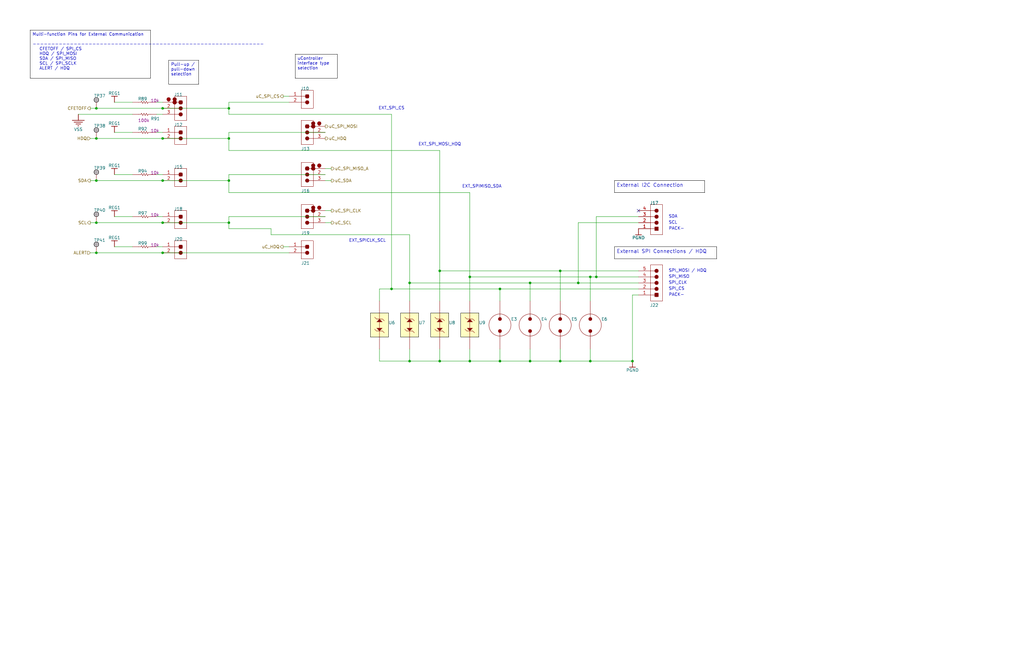
<source format=kicad_sch>
(kicad_sch (version 20250114) (generator "eeschema") (generator_version "9.0")
  (paper "User" 431.8 279.4)
  (title_block (title "Pin Configuration") (date "Not shown in title block") (rev "Use project parameter SCH_Rev") (company "Not shown in title block"))
  (text "SCL" (at 281.94 93.98 0) (effects (font (size 1.27 1.27)) (justify left)))
  (text "SDA" (at 281.94 91.44 0) (effects (font (size 1.27 1.27)) (justify left)))
  (text "SPI_MOSI / HDQ" (at 281.94 114.3 0) (effects (font (size 1.27 1.27)) (justify left)))
  (text "SPI_CS" (at 281.94 121.92 0) (effects (font (size 1.27 1.27)) (justify left)))
  (text "SPI_CLK" (at 281.94 119.38 0) (effects (font (size 1.27 1.27)) (justify left)))
  (text "EXT_SPI_MOSI_HDQ" (at 185.42 60.96 0) (effects (font (size 1.27 1.27))))
  (text "PACK-" (at 281.94 96.52 0) (effects (font (size 1.27 1.27)) (justify left)))
  (text "EXT_SPI_CS" (at 165.1 45.72 0) (effects (font (size 1.27 1.27))))
  (text "SPI_MISO" (at 281.94 116.84 0) (effects (font (size 1.27 1.27)) (justify left)))
  (text "EXT_SPICLK_SCL" (at 154.94 101.6 0) (effects (font (size 1.27 1.27))))
  (text "EXT_SPIMISO_SDA" (at 203.2 78.74 0) (effects (font (size 1.27 1.27))))
  (text "PACK-" (at 281.94 124.46 0) (effects (font (size 1.27 1.27)) (justify left)))
  (text_box "Multi-function Pins for External Communication\n   --------------------------------------------------------------\n   CFETOFF / SPI_CS\n   HDQ / SPI_MOSI\n   SDA / SPI_MISO\n   SCL / SPI_SCLK\n   ALERT / HDQ" (at 63.5 12.7 0) (size -50.8 20.32) (margins 0.9525 0.9525 0.9525 0.9525) (stroke (width 0) (color 0 0 0 1)) (fill (type color) (color 255 255 255 1)) (effects (font (size 1.27 1.27)) (justify left top)))
  (text_box "uController interface type selection" (at 124.46 22.86 0) (size 17.78 10.16) (margins 0.9525 0.9525 0.9525 0.9525) (stroke (width 0) (color 0 0 0 1)) (fill (type color) (color 255 255 255 1)) (effects (font (size 1.27 1.27)) (justify left top)))
  (text_box "Pull-up / pull-down selection" (at 83.82 25.4 0) (size -12.7 10.16) (margins 0.9525 0.9525 0.9525 0.9525) (stroke (width 0) (color 0 0 0 1)) (fill (type color) (color 255 255 255 1)) (effects (font (size 1.27 1.27)) (justify left top)))
  (text_box "External I2C Connection" (at 297.18 76.2 0) (size -38.1 5.08) (margins 0.9525 0.9525 0.9525 0.9525) (stroke (width 0) (color 0 0 0 1)) (fill (type color) (color 255 255 255 1)) (effects (font (size 1.524 1.524)) (justify left top)))
  (text_box "External SPI Connections / HDQ" (at 302.26 104.14 0) (size -43.18 5.08) (margins 0.9525 0.9525 0.9525 0.9525) (stroke (width 0) (color 0 0 0 1)) (fill (type color) (color 255 255 255 1)) (effects (font (size 1.524 1.524)) (justify left top)))
  (junction (at 68.58 58.42))
  (junction (at 251.46 116.84))
  (junction (at 210.82 152.4))
  (junction (at 40.64 93.98))
  (junction (at 40.64 45.72))
  (junction (at 172.72 152.4))
  (junction (at 210.82 121.92))
  (junction (at 96.52 58.42))
  (junction (at 96.52 45.72))
  (junction (at 96.52 93.98))
  (junction (at 236.22 114.3))
  (junction (at 236.22 152.4))
  (junction (at 198.12 152.4))
  (junction (at 266.7 152.4))
  (junction (at 223.52 152.4))
  (junction (at 198.12 116.84))
  (junction (at 248.92 152.4))
  (junction (at 243.84 119.38))
  (junction (at 185.42 114.3))
  (junction (at 223.52 119.38))
  (junction (at 165.1 121.92))
  (junction (at 68.58 93.98))
  (junction (at 68.58 106.68))
  (junction (at 172.72 119.38))
  (junction (at 96.52 76.2))
  (junction (at 40.64 58.42))
  (junction (at 68.58 45.72))
  (junction (at 40.64 76.2))
  (junction (at 68.58 76.2))
  (junction (at 40.64 106.68))
  (junction (at 185.42 152.4))
  (junction (at 248.92 116.84))
  (no_connect (at 269.24 88.9))
  (wire (pts (xy 40.64 106.68) (xy 68.58 106.68)))
  (wire (pts (xy 248.92 116.84) (xy 248.92 127)))
  (wire (pts (xy 96.52 63.5) (xy 185.42 63.5)))
  (wire (pts (xy 40.64 76.2) (xy 68.58 76.2)))
  (wire (pts (xy 96.52 45.72) (xy 96.52 43.18)))
  (wire (pts (xy 266.7 124.46) (xy 266.7 152.4)))
  (wire (pts (xy 66.04 104.14) (xy 68.58 104.14)))
  (wire (pts (xy 96.52 55.88) (xy 137.16 55.88)))
  (wire (pts (xy 248.92 152.4) (xy 236.22 152.4)))
  (wire (pts (xy 248.92 152.4) (xy 266.7 152.4)))
  (wire (pts (xy 223.52 152.4) (xy 236.22 152.4)))
  (wire (pts (xy 160.02 152.4) (xy 172.72 152.4)))
  (wire (pts (xy 223.52 147.32) (xy 223.52 152.4)))
  (wire (pts (xy 269.24 119.38) (xy 243.84 119.38)))
  (wire (pts (xy 96.52 91.44) (xy 137.16 91.44)))
  (wire (pts (xy 243.84 119.38) (xy 243.84 93.98)))
  (wire (pts (xy 96.52 43.18) (xy 121.92 43.18)))
  (wire (pts (xy 210.82 121.92) (xy 210.82 127)))
  (wire (pts (xy 96.52 91.44) (xy 96.52 93.98)))
  (wire (pts (xy 269.24 124.46) (xy 266.7 124.46)))
  (wire (pts (xy 68.58 106.68) (xy 121.92 106.68)))
  (wire (pts (xy 269.24 121.92) (xy 210.82 121.92)))
  (wire (pts (xy 210.82 121.92) (xy 165.1 121.92)))
  (wire (pts (xy 269.24 91.44) (xy 251.46 91.44)))
  (wire (pts (xy 185.42 147.32) (xy 185.42 152.4)))
  (wire (pts (xy 248.92 147.32) (xy 248.92 152.4)))
  (wire (pts (xy 66.04 48.26) (xy 68.58 48.26)))
  (wire (pts (xy 96.52 76.2) (xy 96.52 81.28)))
  (wire (pts (xy 38.1 93.98) (xy 40.64 93.98)))
  (wire (pts (xy 48.26 55.88) (xy 55.88 55.88)))
  (wire (pts (xy 248.92 116.84) (xy 198.12 116.84)))
  (wire (pts (xy 96.52 76.2) (xy 68.58 76.2)))
  (wire (pts (xy 96.52 58.42) (xy 96.52 55.88)))
  (wire (pts (xy 119.38 104.14) (xy 121.92 104.14)))
  (wire (pts (xy 40.64 45.72) (xy 68.58 45.72)))
  (wire (pts (xy 223.52 119.38) (xy 172.72 119.38)))
  (wire (pts (xy 172.72 99.06) (xy 172.72 119.38)))
  (wire (pts (xy 96.52 45.72) (xy 96.52 48.26)))
  (wire (pts (xy 251.46 91.44) (xy 251.46 116.84)))
  (wire (pts (xy 198.12 81.28) (xy 198.12 116.84)))
  (wire (pts (xy 165.1 121.92) (xy 160.02 121.92)))
  (wire (pts (xy 96.52 93.98) (xy 68.58 93.98)))
  (wire (pts (xy 40.64 58.42) (xy 68.58 58.42)))
  (wire (pts (xy 38.1 106.68) (xy 40.64 106.68)))
  (wire (pts (xy 38.1 58.42) (xy 40.64 58.42)))
  (wire (pts (xy 96.52 58.42) (xy 96.52 63.5)))
  (wire (pts (xy 68.58 45.72) (xy 96.52 45.72)))
  (wire (pts (xy 38.1 76.2) (xy 40.64 76.2)))
  (wire (pts (xy 66.04 73.66) (xy 68.58 73.66)))
  (wire (pts (xy 114.3 96.52) (xy 114.3 99.06)))
  (wire (pts (xy 96.52 73.66) (xy 137.16 73.66)))
  (wire (pts (xy 210.82 147.32) (xy 210.82 152.4)))
  (wire (pts (xy 96.52 81.28) (xy 198.12 81.28)))
  (wire (pts (xy 96.52 96.52) (xy 114.3 96.52)))
  (wire (pts (xy 172.72 152.4) (xy 185.42 152.4)))
  (wire (pts (xy 236.22 152.4) (xy 236.22 147.32)))
  (wire (pts (xy 251.46 116.84) (xy 248.92 116.84)))
  (wire (pts (xy 223.52 119.38) (xy 223.52 127)))
  (wire (pts (xy 210.82 152.4) (xy 223.52 152.4)))
  (wire (pts (xy 96.52 76.2) (xy 96.52 73.66)))
  (wire (pts (xy 269.24 93.98) (xy 243.84 93.98)))
  (wire (pts (xy 236.22 114.3) (xy 269.24 114.3)))
  (wire (pts (xy 48.26 73.66) (xy 55.88 73.66)))
  (wire (pts (xy 236.22 127) (xy 236.22 114.3)))
  (wire (pts (xy 66.04 91.44) (xy 68.58 91.44)))
  (wire (pts (xy 165.1 48.26) (xy 165.1 121.92)))
  (wire (pts (xy 96.52 48.26) (xy 165.1 48.26)))
  (wire (pts (xy 185.42 63.5) (xy 185.42 114.3)))
  (wire (pts (xy 121.92 40.64) (xy 119.38 40.64)))
  (wire (pts (xy 172.72 119.38) (xy 172.72 127)))
  (wire (pts (xy 137.16 93.98) (xy 139.7 93.98)))
  (wire (pts (xy 48.26 43.18) (xy 55.88 43.18)))
  (wire (pts (xy 137.16 71.12) (xy 139.7 71.12)))
  (wire (pts (xy 198.12 147.32) (xy 198.12 152.4)))
  (wire (pts (xy 198.12 116.84) (xy 198.12 127)))
  (wire (pts (xy 38.1 45.72) (xy 40.64 45.72)))
  (wire (pts (xy 137.16 88.9) (xy 139.7 88.9)))
  (wire (pts (xy 243.84 119.38) (xy 223.52 119.38)))
  (wire (pts (xy 114.3 99.06) (xy 172.72 99.06)))
  (wire (pts (xy 160.02 147.32) (xy 160.02 152.4)))
  (wire (pts (xy 137.16 76.2) (xy 139.7 76.2)))
  (wire (pts (xy 236.22 114.3) (xy 185.42 114.3)))
  (wire (pts (xy 172.72 147.32) (xy 172.72 152.4)))
  (wire (pts (xy 68.58 58.42) (xy 96.52 58.42)))
  (wire (pts (xy 68.58 43.18) (xy 66.04 43.18)))
  (wire (pts (xy 33.02 48.26) (xy 55.88 48.26)))
  (wire (pts (xy 185.42 114.3) (xy 185.42 127)))
  (wire (pts (xy 160.02 121.92) (xy 160.02 127)))
  (wire (pts (xy 48.26 104.14) (xy 55.88 104.14)))
  (wire (pts (xy 66.04 55.88) (xy 68.58 55.88)))
  (wire (pts (xy 48.26 91.44) (xy 55.88 91.44)))
  (wire (pts (xy 185.42 152.4) (xy 198.12 152.4)))
  (wire (pts (xy 96.52 93.98) (xy 96.52 96.52)))
  (wire (pts (xy 251.46 116.84) (xy 269.24 116.84)))
  (wire (pts (xy 198.12 152.4) (xy 210.82 152.4)))
  (wire (pts (xy 40.64 93.98) (xy 68.58 93.98)))
  (hierarchical_label "uC_HDQ" (shape output) (at 137.16 58.42 0))
  (hierarchical_label "uC_HDQ" (shape output) (at 119.38 104.14 180))
  (hierarchical_label "SDA" (shape output) (at 38.1 76.2 180))
  (hierarchical_label "uC_SPI_CS" (shape output) (at 119.38 40.64 180))
  (hierarchical_label "CFETOFF" (shape output) (at 38.1 45.72 180))
  (hierarchical_label "SCL" (shape output) (at 38.1 93.98 180))
  (hierarchical_label "HDQ" (shape input) (at 38.1 58.42 180))
  (hierarchical_label "uC_SPI_CLK" (shape output) (at 139.7 88.9 0))
  (hierarchical_label "ALERT" (shape input) (at 38.1 106.68 180))
  (hierarchical_label "uC_SDA" (shape output) (at 139.7 76.2 0))
  (hierarchical_label "uC_SPI_MISO_A" (shape output) (at 139.7 71.12 0))
  (hierarchical_label "uC_SPI_MOSI" (shape output) (at 137.16 53.34 0))
  (hierarchical_label "uC_SCL" (shape output) (at 139.7 93.98 0))
  (symbol (lib_id "Altium Vault - TI:root_0_TESTPOINT_Altium Vault - TI") (at 40.64 43.18 0) (unit 1)
    (property "Reference" "TP37" (at 39.624 41.148 0) (effects (justify left bottom)))
    (property "Value" "TESTPOINT" (effects (hide yes)))
    (property "Footprint" "Adom Footprint Library:ADOM_MEDIUM_CONTACT" (effects (hide yes)))
    (property "Description" "TEST POINT.  No entry in BOM." (effects (hide yes)))
    (property "PARTNUMBER" "N/A" (effects (hide yes)))
    (property "COMPTYPE" "Testpoint" (effects (hide yes)))
    (property "MANUFACTURER" "N/A" (effects (hide yes)))
    (property "PACKAGEREFERENCE" "N/A" (effects (hide yes)))
    (property "LIBRARY REFERENCE" "TESTPOINT" (effects (hide yes)))
  )
  (symbol (lib_id "Altium Vault - TI:root_3_CMP-0079939-1_Altium Vault - TI") (at 223.52 137.16 0) (unit 1)
    (property "Reference" "E4" (at 228.169 135.382 0) (effects (justify left bottom)))
    (property "Value" "Spark Gap" (effects (hide yes)))
    (property "Footprint" "SPARK_GAP2" (effects (hide yes)))
    (property "Description" "Spark Gap" (effects (hide yes)))
    (property "COMPTYPE" "Spark Gap" (effects (hide yes)))
  )
  (symbol (lib_id "Altium Vault - TI:root_0_CMP-0025701-4_Altium Vault - TI") (at 60.96 104.14 0) (unit 1)
    (property "Reference" "R99" (at 58.166 103.378 0) (effects (justify left bottom)))
    (property "Value" "CRCW060310K0JNEA" (effects (hide yes)))
    (property "Footprint" "0603" (effects (hide yes)))
    (property "Description" "RES, 10 k, 5%, 0.1 W, AEC-Q200 Grade 0, 0603" (effects (hide yes)))
    (property "SUPPLIER PART NUMBER 2" "52K8066" (effects (hide yes)))
    (property "POWER_W" "100mW" (effects (hide yes)))
    (property "SUPPLIER 2" "Newark" (effects (hide yes)))
    (property "SUPPLIER PART NUMBER 3" "71-CRCW0603J-10K-E3" (effects (hide yes)))
    (property "TEMPCO" "200 ppm/C" (effects (hide yes)))
    (property "SUPPLIER 3" "Mouser" (effects (hide yes)))
    (property "VALUE_CODE" "10k0" (effects (hide yes)))
    (property "ROHS" "E" (effects (hide yes)))
    (property "VALUE1" "5%" (effects (hide yes)))
    (property "MOUNTTYPE" "SMT" (effects (hide yes)))
    (property "ALTIUM_VALUE" "10k" (effects (hide yes)))
    (property "EIA_CODE" "E24" (effects (hide yes)))
    (property "SUPPLIER 1" "Digi-Key" (effects (hide yes)))
    (property "MANUFACTURER" "Vishay-Dale" (effects (hide yes)))
    (property "PACKAGEREFERENCE" "0603" (effects (hide yes)))
    (property "TOLERANCE_%" "5%" (effects (hide yes)))
    (property "RES_OHM" "10k" (effects (hide yes)))
    (property "SIZEX_MM" "1.6" (effects (hide yes)))
    (property "SIZEY_MM" "0.8" (effects (hide yes)))
    (property "SIZEZ_MM" "1" (effects (hide yes)))
    (property "VALUE2" "0.1W" (effects (hide yes)))
    (property "SIZEAREA_MM2" "1.28" (effects (hide yes)))
    (property "COMPTYPE" "Resistor" (effects (hide yes)))
    (property "PARTNUMBER" "CRCW060310K0JNEA" (effects (hide yes)))
    (property "AEC QUALIFIED" "Y" (effects (hide yes)))
    (property "VDC_V" "75V" (effects (hide yes)))
    (property "COMPONENTLINK1DESCRIPTION" "Datasheet link" (effects (hide yes)))
    (property "SUPPLIER PART NUMBER 1" "541-10KGCT-ND" (effects (hide yes)))
    (property "AEC CATEGORY" "Q200" (effects (hide yes)))
    (property "TECHNOLOGY" "Thick Film" (effects (hide yes)))
    (property "VALUEDISPLAYED" "10k" (at 63.5 104.14 0) (effects (justify left bottom)))
    (property "COMPONENTLINK1URL" "http://www.vishay.com/docs/20035/dcrcwe3.pdf" (effects (hide yes)))
    (property "AEC GRADE" "0" (effects (hide yes)))
  )
  (symbol (lib_id "Altium Vault - TI:root_0_TESTPOINT_Altium Vault - TI") (at 40.64 91.44 0) (unit 1)
    (property "Reference" "TP40" (at 39.624 89.408 0) (effects (justify left bottom)))
    (property "Value" "TESTPOINT" (effects (hide yes)))
    (property "Footprint" "Adom Footprint Library:ADOM_MEDIUM_CONTACT" (effects (hide yes)))
    (property "Description" "TEST POINT.  No entry in BOM." (effects (hide yes)))
    (property "PARTNUMBER" "N/A" (effects (hide yes)))
    (property "COMPTYPE" "Testpoint" (effects (hide yes)))
    (property "MANUFACTURER" "N/A" (effects (hide yes)))
    (property "PACKAGEREFERENCE" "N/A" (effects (hide yes)))
    (property "LIBRARY REFERENCE" "TESTPOINT" (effects (hide yes)))
  )
  (symbol (lib_id "Altium Vault - TI:root_2_mirrored_CMP-0054597-1_Altium Vault - TI") (at 274.32 119.38 0) (unit 1)
    (property "Reference" "J22" (at 274.066 129.54 0) (effects (justify left bottom)))
    (property "Value" "PEC05SAAN" (effects (hide yes)))
    (property "Footprint" "Sullins_PxC05SAAN" (effects (hide yes)))
    (property "Description" "Header, 2.54mm, 5x1, Tin, TH" (effects (hide yes)))
    (property "COMPONENTLINK1URL" "http://www.sullinscorp.com/catalogs/77_PAGE108-109_.100_MALE_HDR.pdf" (effects (hide yes)))
    (property "CLASSNAME" "Header" (effects (hide yes)))
    (property "CNHEADER" "TRUE" (effects (hide yes)))
    (property "PUBLISHER" "Texas Instruments" (effects (hide yes)))
    (property "CURRENT_A" "3A" (effects (hide yes)))
    (property "GREEN_LIFECYCLE" "Not Set" (effects (hide yes)))
    (property "SHROUDED" "N" (effects (hide yes)))
    (property "COLOR" "Black" (effects (hide yes)))
    (property "GENDER" "Male" (effects (hide yes)))
    (property "GREEN_REACH" "Incomplete" (effects (hide yes)))
    (property "ROHS" "Y" (effects (hide yes)))
    (property "MOUNTTYPE" "TH" (effects (hide yes)))
    (property "GREEN_EU ROHS-2" "Incomplete" (effects (hide yes)))
    (property "VOLTAGE_V" "1.8kV" (effects (hide yes)))
    (property "SUPPLIER 1" "Digi-Key" (effects (hide yes)))
    (property "MANUFACTURER" "Sullins Connector Solutions" (effects (hide yes)))
    (property "GREEN_EU ROHS" "Incomplete" (effects (hide yes)))
    (property "PACKAGEREFERENCE" "Header, 2.54mm, 5x1, TH" (effects (hide yes)))
    (property "PINCOUNT" "5" (effects (hide yes)))
    (property "COMPTYPE" "Header" (effects (hide yes)))
    (property "LATESTREVISIONDATE" "26/05/2017" (effects (hide yes)))
    (property "PARTNUMBER" "PEC05SAAN" (effects (hide yes)))
    (property "ROW_COUNT" "1" (effects (hide yes)))
    (property "ORIENTATION" "Vertical" (effects (hide yes)))
    (property "COMPONENTLINK1DESCRIPTION" "Datasheet URL" (effects (hide yes)))
    (property "SUPPLIER PART NUMBER 1" "S1012E-05-ND" (effects (hide yes)))
    (property "PITCH_MM" "2.54" (effects (hide yes)))
    (property "CONTACTFINISH" "Tin" (effects (hide yes)))
    (property "CT" "FALSE" (effects (hide yes)))
    (property "CERT_UL" "Y" (effects (hide yes)))
  )
  (symbol (lib_id "Altium Vault - TI:root_0_Header_2x1_Altium Vault - TI_0") (at 73.66 55.88 0) (unit 1)
    (property "Reference" "J12" (at 73.406 53.34 0) (effects (justify left bottom)))
    (property "Value" "PEC02SAAN" (effects (hide yes)))
    (property "Footprint" "CONN_PEC02SAAN" (effects (hide yes)))
    (property "Description" "Header, 100mil, 2x1, Tin, TH" (effects (hide yes)))
    (property "COMPONENTLINK1URL" "http://www.sullinscorp.com/catalogs/77_PAGE108-109_.100_MALE_HDR.pdf" (effects (hide yes)))
    (property "CLASSNAME" "Header" (effects (hide yes)))
    (property "CNHEADER" "TRUE" (effects (hide yes)))
    (property "PUBLISHER" "Texas Instruments" (effects (hide yes)))
    (property "CURRENT_A" "3A" (effects (hide yes)))
    (property "GREEN_LIFECYCLE" "Not Set" (effects (hide yes)))
    (property "SHROUDED" "N" (effects (hide yes)))
    (property "COLOR" "Black" (effects (hide yes)))
    (property "GENDER" "Male" (effects (hide yes)))
    (property "GREEN_REACH" "Incomplete" (effects (hide yes)))
    (property "ROHS" "Y" (effects (hide yes)))
    (property "MOUNTTYPE" "TH" (effects (hide yes)))
    (property "GREEN_EU ROHS-2" "Incomplete" (effects (hide yes)))
    (property "VOLTAGE_V" "1.8kV" (effects (hide yes)))
    (property "SUPPLIER 1" "Digi-Key" (effects (hide yes)))
    (property "MANUFACTURER" "Sullins Connector Solutions" (effects (hide yes)))
    (property "GREEN_EU ROHS" "Incomplete" (effects (hide yes)))
    (property "PACKAGEREFERENCE" "Header, 2 PIN, 100mil, Tin" (effects (hide yes)))
    (property "PINCOUNT" "2" (effects (hide yes)))
    (property "COMPTYPE" "Header" (effects (hide yes)))
    (property "LATESTREVISIONDATE" "26/05/2017" (effects (hide yes)))
    (property "PARTNUMBER" "PEC02SAAN" (effects (hide yes)))
    (property "ROW_COUNT" "1" (effects (hide yes)))
    (property "ORIENTATION" "Vertical" (effects (hide yes)))
    (property "COMPONENTLINK1DESCRIPTION" "Datasheet URL" (effects (hide yes)))
    (property "SUPPLIER PART NUMBER 1" "S1012E-02-ND" (effects (hide yes)))
    (property "PITCH_MM" "2.54" (effects (hide yes)))
    (property "CONTACTFINISH" "Tin" (effects (hide yes)))
    (property "CT" "FALSE" (effects (hide yes)))
    (property "CERT_UL" "Y" (effects (hide yes)))
  )
  (symbol (lib_id "Altium Vault - TI:root_0_Header_2x1_Altium Vault - TI_0") (at 127 104.14 0) (unit 1)
    (property "Reference" "J21" (at 127 111.76 0) (effects (justify left bottom)))
    (property "Value" "PEC02SAAN" (effects (hide yes)))
    (property "Footprint" "CONN_PEC02SAAN" (effects (hide yes)))
    (property "Description" "Header, 100mil, 2x1, Tin, TH" (effects (hide yes)))
    (property "COMPONENTLINK1URL" "http://www.sullinscorp.com/catalogs/77_PAGE108-109_.100_MALE_HDR.pdf" (effects (hide yes)))
    (property "CLASSNAME" "Header" (effects (hide yes)))
    (property "CNHEADER" "TRUE" (effects (hide yes)))
    (property "PUBLISHER" "Texas Instruments" (effects (hide yes)))
    (property "CURRENT_A" "3A" (effects (hide yes)))
    (property "GREEN_LIFECYCLE" "Not Set" (effects (hide yes)))
    (property "SHROUDED" "N" (effects (hide yes)))
    (property "COLOR" "Black" (effects (hide yes)))
    (property "GENDER" "Male" (effects (hide yes)))
    (property "GREEN_REACH" "Incomplete" (effects (hide yes)))
    (property "ROHS" "Y" (effects (hide yes)))
    (property "MOUNTTYPE" "TH" (effects (hide yes)))
    (property "GREEN_EU ROHS-2" "Incomplete" (effects (hide yes)))
    (property "VOLTAGE_V" "1.8kV" (effects (hide yes)))
    (property "SUPPLIER 1" "Digi-Key" (effects (hide yes)))
    (property "MANUFACTURER" "Sullins Connector Solutions" (effects (hide yes)))
    (property "GREEN_EU ROHS" "Incomplete" (effects (hide yes)))
    (property "PACKAGEREFERENCE" "Header, 2 PIN, 100mil, Tin" (effects (hide yes)))
    (property "PINCOUNT" "2" (effects (hide yes)))
    (property "COMPTYPE" "Header" (effects (hide yes)))
    (property "LATESTREVISIONDATE" "26/05/2017" (effects (hide yes)))
    (property "PARTNUMBER" "PEC02SAAN" (effects (hide yes)))
    (property "ROW_COUNT" "1" (effects (hide yes)))
    (property "ORIENTATION" "Vertical" (effects (hide yes)))
    (property "COMPONENTLINK1DESCRIPTION" "Datasheet URL" (effects (hide yes)))
    (property "SUPPLIER PART NUMBER 1" "S1012E-02-ND" (effects (hide yes)))
    (property "PITCH_MM" "2.54" (effects (hide yes)))
    (property "CONTACTFINISH" "Tin" (effects (hide yes)))
    (property "CT" "FALSE" (effects (hide yes)))
    (property "CERT_UL" "Y" (effects (hide yes)))
  )
  (symbol (lib_id "Altium Vault - TI:root_0_mirrored_CMP-0075388-1_Altium Vault - TI_0") (at 132.08 53.34 0) (unit 1)
    (property "Reference" "J13" (at 127 63.5 0) (effects (justify left bottom)))
    (property "Value" "87898-0304" (effects (hide yes)))
    (property "Footprint" "Molex_87898-0304" (effects (hide yes)))
    (property "Description" "Header, 2.54mm, 3x1, Gold, SMT" (effects (hide yes)))
    (property "COMPONENTLINK1DESCRIPTION" "Datasheet URL" (effects (hide yes)))
    (property "PITCH_MM" "2.54" (effects (hide yes)))
    (property "ROHS" "Y" (effects (hide yes)))
    (property "SUPPLIER PART NUMBER 3" "538-87898-0304" (effects (hide yes)))
    (property "SUPPLIER 1" "Digi-Key" (effects (hide yes)))
    (property "GENDER" "Male" (effects (hide yes)))
    (property "CERT_CSA" "Y" (effects (hide yes)))
    (property "CERT_UL" "Y" (effects (hide yes)))
    (property "ORIENTATION" "Vertical" (effects (hide yes)))
    (property "PACKAGEREFERENCE" "Header, 2.54mm, 3x1, SMT" (effects (hide yes)))
    (property "COLOR" "Black" (effects (hide yes)))
    (property "CURRENT_A" "3A" (effects (hide yes)))
    (property "VOLTAGE_V" "250V" (effects (hide yes)))
    (property "PARTNUMBER" "87898-0304" (effects (hide yes)))
    (property "PINCOUNT" "3" (effects (hide yes)))
    (property "PUBLISHER" "Texas Instruments" (effects (hide yes)))
    (property "MANUFACTURER" "Molex" (effects (hide yes)))
    (property "SUPPLIER PART NUMBER 2" "39T3063" (effects (hide yes)))
    (property "CONTACTFINISH" "Gold" (effects (hide yes)))
    (property "SUPPLIER 2" "Newark" (effects (hide yes)))
    (property "CT" "False" (effects (hide yes)))
    (property "SHROUDED" "N" (effects (hide yes)))
    (property "CLASSNAME" "Header" (effects (hide yes)))
    (property "COMPONENTLINK1URL" "http://www.molex.com/pdm_docs/sd/878980204_sd.pdf" (effects (hide yes)))
    (property "LATESTREVISIONDATE" "2017-07-14" (effects (hide yes)))
    (property "ROW_COUNT" "1" (effects (hide yes)))
    (property "COMPTYPE" "Header" (effects (hide yes)))
    (property "CNHEADER" "True" (effects (hide yes)))
    (property "MOUNTTYPE" "SMT" (effects (hide yes)))
    (property "SUPPLIER PART NUMBER 1" "0878980304-ND" (effects (hide yes)))
    (property "SUPPLIER 3" "Mouser" (effects (hide yes)))
  )
  (symbol (lib_id "Altium Vault - TI:root_3_mirrored_TPD1E10B06_Altium Vault - TI") (at 172.72 137.16 0) (unit 1)
    (property "Reference" "U7" (at 176.53 136.906 0) (effects (justify left bottom)))
    (property "Value" "TPD1E10B06DPYR" (effects (hide yes)))
    (property "Footprint" "DPY0002A" (effects (hide yes)))
    (property "Description" "Single-Channel ESD in 0402 Package With 10pF Capacitance and 6V Breakdown, DPY0002A (X1SON-2)" (effects (hide yes)))
    (property "COMPONENTLINK3DESCRIPTION" "Online Datasheet" (effects (hide yes)))
    (property "PACKAGEREFERENCE" "DPY0002A" (effects (hide yes)))
    (property "PACKAGEDESCRIPTION" "X1SON-2" (effects (hide yes)))
    (property "IEC 61000-4-2 AIR-GAP(+/- KV)" "30" (effects (hide yes)))
    (property "MANUFACTURER" "Texas Instruments" (effects (hide yes)))
    (property "ECO-PLAN" "TBD" (effects (hide yes)))
    (property "COMPONENTLINK2URL" "http://www.ti.com/product/tpd1e10b06" (effects (hide yes)))
    (property "COMPONENTLINK1URL" "http://www.ti.com/lit/ds/symlink/tpd1e10b06.pdf" (effects (hide yes)))
    (property "IO CAPACITANCE(TYP)(PF)" "10" (effects (hide yes)))
    (property "COMPONENTLINK3URL" "http://www.ti.com/product/tpd1e10b06/datasheet" (effects (hide yes)))
    (property "IO LEAKAGE CURRENT(NA)" "10" (effects (hide yes)))
    (property "COMPONENTLINK1DESCRIPTION" "Datasheet Link" (effects (hide yes)))
    (property "COMPONENTLINK2DESCRIPTION" "Product Folder" (effects (hide yes)))
    (property "BREAKDOWN VOLTAGE(MIN)(V)" "6" (effects (hide yes)))
    (property "PARTNUMBER" "TPD1E10B06DPYR" (effects (hide yes)))
    (property "IEC 61000-4-2 CONTACT(+/- KV)" "30" (effects (hide yes)))
    (property "AEC CATEGORY" "Q200" (effects (hide yes)))
    (property "AEC QUALIFIED" "N" (effects (hide yes)))
    (property "ALTERNATE MANUFACTURER" "Texas Instruments" (effects (hide yes)))
    (property "ALTERNATE PARTNUMBER" "TPD1E10B06DPYT" (effects (hide yes)))
    (property "COMPTYPE" "IC" (effects (hide yes)))
    (property "GREEN_EU ROHS" "Passed" (effects (hide yes)))
    (property "GREEN_EU ROHS-2" "Passed" (effects (hide yes)))
    (property "GREEN_LIFECYCLE" "Active" (effects (hide yes)))
    (property "GREEN_REACH" "Passed" (effects (hide yes)))
    (property "MOUNTTYPE" "SMT" (effects (hide yes)))
    (property "ROHS" "Y" (effects (hide yes)))
    (property "SIZEAREAWB_MM2" "3.2" (effects (hide yes)))
    (property "SIZEAREA_MM2" "0.6" (effects (hide yes)))
    (property "SIZEX_MM" "1.0" (effects (hide yes)))
    (property "SIZEY_MM" "0.6" (effects (hide yes)))
    (property "SIZEZ_MM" "0.45" (effects (hide yes)))
    (property "RATING" "Catalog" (effects (hide yes)))
    (property "OPERATING TEMPERATURE RANGE" "-40 to 125 C" (effects (hide yes)))
  )
  (symbol (lib_id "Altium Vault - TI:root_0_CMP-0025701-4_Altium Vault - TI") (at 60.96 43.18 0) (unit 1)
    (property "Reference" "R89" (at 58.166 42.418 0) (effects (justify left bottom)))
    (property "Value" "CRCW060310K0JNEA" (effects (hide yes)))
    (property "Footprint" "0603" (effects (hide yes)))
    (property "Description" "RES, 10 k, 5%, 0.1 W, AEC-Q200 Grade 0, 0603" (effects (hide yes)))
    (property "SUPPLIER PART NUMBER 2" "52K8066" (effects (hide yes)))
    (property "POWER_W" "100mW" (effects (hide yes)))
    (property "SUPPLIER 2" "Newark" (effects (hide yes)))
    (property "SUPPLIER PART NUMBER 3" "71-CRCW0603J-10K-E3" (effects (hide yes)))
    (property "TEMPCO" "200 ppm/C" (effects (hide yes)))
    (property "SUPPLIER 3" "Mouser" (effects (hide yes)))
    (property "VALUE_CODE" "10k0" (effects (hide yes)))
    (property "ROHS" "E" (effects (hide yes)))
    (property "VALUE1" "5%" (effects (hide yes)))
    (property "MOUNTTYPE" "SMT" (effects (hide yes)))
    (property "ALTIUM_VALUE" "10k" (effects (hide yes)))
    (property "EIA_CODE" "E24" (effects (hide yes)))
    (property "SUPPLIER 1" "Digi-Key" (effects (hide yes)))
    (property "MANUFACTURER" "Vishay-Dale" (effects (hide yes)))
    (property "PACKAGEREFERENCE" "0603" (effects (hide yes)))
    (property "TOLERANCE_%" "5%" (effects (hide yes)))
    (property "RES_OHM" "10k" (effects (hide yes)))
    (property "SIZEX_MM" "1.6" (effects (hide yes)))
    (property "SIZEY_MM" "0.8" (effects (hide yes)))
    (property "SIZEZ_MM" "1" (effects (hide yes)))
    (property "VALUE2" "0.1W" (effects (hide yes)))
    (property "SIZEAREA_MM2" "1.28" (effects (hide yes)))
    (property "COMPTYPE" "Resistor" (effects (hide yes)))
    (property "PARTNUMBER" "CRCW060310K0JNEA" (effects (hide yes)))
    (property "AEC QUALIFIED" "Y" (effects (hide yes)))
    (property "VDC_V" "75V" (effects (hide yes)))
    (property "COMPONENTLINK1DESCRIPTION" "Datasheet link" (effects (hide yes)))
    (property "SUPPLIER PART NUMBER 1" "541-10KGCT-ND" (effects (hide yes)))
    (property "AEC CATEGORY" "Q200" (effects (hide yes)))
    (property "TECHNOLOGY" "Thick Film" (effects (hide yes)))
    (property "VALUEDISPLAYED" "10k" (at 63.5 43.18 0) (effects (justify left bottom)))
    (property "COMPONENTLINK1URL" "http://www.vishay.com/docs/20035/dcrcwe3.pdf" (effects (hide yes)))
    (property "AEC GRADE" "0" (effects (hide yes)))
  )
  (symbol (lib_id "BMS029B-altium-import:PGND_BAR") (at 266.7 152.4 0) (unit 1)
    (property "Reference" "#PWR0141" (effects (hide yes)))
    (property "Value" "PGND" (at 266.7 156.21 0))
  )
  (symbol (lib_id "Altium Vault - TI:root_3_mirrored_TPD1E10B06_Altium Vault - TI") (at 185.42 137.16 0) (unit 1)
    (property "Reference" "U8" (at 189.23 136.906 0) (effects (justify left bottom)))
    (property "Value" "TPD1E10B06DPYR" (effects (hide yes)))
    (property "Footprint" "DPY0002A" (effects (hide yes)))
    (property "Description" "Single-Channel ESD in 0402 Package With 10pF Capacitance and 6V Breakdown, DPY0002A (X1SON-2)" (effects (hide yes)))
    (property "COMPONENTLINK3DESCRIPTION" "Online Datasheet" (effects (hide yes)))
    (property "PACKAGEREFERENCE" "DPY0002A" (effects (hide yes)))
    (property "PACKAGEDESCRIPTION" "X1SON-2" (effects (hide yes)))
    (property "IEC 61000-4-2 AIR-GAP(+/- KV)" "30" (effects (hide yes)))
    (property "MANUFACTURER" "Texas Instruments" (effects (hide yes)))
    (property "ECO-PLAN" "TBD" (effects (hide yes)))
    (property "COMPONENTLINK2URL" "http://www.ti.com/product/tpd1e10b06" (effects (hide yes)))
    (property "COMPONENTLINK1URL" "http://www.ti.com/lit/ds/symlink/tpd1e10b06.pdf" (effects (hide yes)))
    (property "IO CAPACITANCE(TYP)(PF)" "10" (effects (hide yes)))
    (property "COMPONENTLINK3URL" "http://www.ti.com/product/tpd1e10b06/datasheet" (effects (hide yes)))
    (property "IO LEAKAGE CURRENT(NA)" "10" (effects (hide yes)))
    (property "COMPONENTLINK1DESCRIPTION" "Datasheet Link" (effects (hide yes)))
    (property "COMPONENTLINK2DESCRIPTION" "Product Folder" (effects (hide yes)))
    (property "BREAKDOWN VOLTAGE(MIN)(V)" "6" (effects (hide yes)))
    (property "PARTNUMBER" "TPD1E10B06DPYR" (effects (hide yes)))
    (property "IEC 61000-4-2 CONTACT(+/- KV)" "30" (effects (hide yes)))
    (property "AEC CATEGORY" "Q200" (effects (hide yes)))
    (property "AEC QUALIFIED" "N" (effects (hide yes)))
    (property "ALTERNATE MANUFACTURER" "Texas Instruments" (effects (hide yes)))
    (property "ALTERNATE PARTNUMBER" "TPD1E10B06DPYT" (effects (hide yes)))
    (property "COMPTYPE" "IC" (effects (hide yes)))
    (property "GREEN_EU ROHS" "Passed" (effects (hide yes)))
    (property "GREEN_EU ROHS-2" "Passed" (effects (hide yes)))
    (property "GREEN_LIFECYCLE" "Active" (effects (hide yes)))
    (property "GREEN_REACH" "Passed" (effects (hide yes)))
    (property "MOUNTTYPE" "SMT" (effects (hide yes)))
    (property "ROHS" "Y" (effects (hide yes)))
    (property "SIZEAREAWB_MM2" "3.2" (effects (hide yes)))
    (property "SIZEAREA_MM2" "0.6" (effects (hide yes)))
    (property "SIZEX_MM" "1.0" (effects (hide yes)))
    (property "SIZEY_MM" "0.6" (effects (hide yes)))
    (property "SIZEZ_MM" "0.45" (effects (hide yes)))
    (property "RATING" "Catalog" (effects (hide yes)))
    (property "OPERATING TEMPERATURE RANGE" "-40 to 125 C" (effects (hide yes)))
  )
  (symbol (lib_id "Altium Vault - TI:root_0_Header_2x1_Altium Vault - TI_0") (at 73.66 73.66 0) (unit 1)
    (property "Reference" "J15" (at 73.406 71.12 0) (effects (justify left bottom)))
    (property "Value" "PEC02SAAN" (effects (hide yes)))
    (property "Footprint" "CONN_PEC02SAAN" (effects (hide yes)))
    (property "Description" "Header, 100mil, 2x1, Tin, TH" (effects (hide yes)))
    (property "COMPONENTLINK1URL" "http://www.sullinscorp.com/catalogs/77_PAGE108-109_.100_MALE_HDR.pdf" (effects (hide yes)))
    (property "CLASSNAME" "Header" (effects (hide yes)))
    (property "CNHEADER" "TRUE" (effects (hide yes)))
    (property "PUBLISHER" "Texas Instruments" (effects (hide yes)))
    (property "CURRENT_A" "3A" (effects (hide yes)))
    (property "GREEN_LIFECYCLE" "Not Set" (effects (hide yes)))
    (property "SHROUDED" "N" (effects (hide yes)))
    (property "COLOR" "Black" (effects (hide yes)))
    (property "GENDER" "Male" (effects (hide yes)))
    (property "GREEN_REACH" "Incomplete" (effects (hide yes)))
    (property "ROHS" "Y" (effects (hide yes)))
    (property "MOUNTTYPE" "TH" (effects (hide yes)))
    (property "GREEN_EU ROHS-2" "Incomplete" (effects (hide yes)))
    (property "VOLTAGE_V" "1.8kV" (effects (hide yes)))
    (property "SUPPLIER 1" "Digi-Key" (effects (hide yes)))
    (property "MANUFACTURER" "Sullins Connector Solutions" (effects (hide yes)))
    (property "GREEN_EU ROHS" "Incomplete" (effects (hide yes)))
    (property "PACKAGEREFERENCE" "Header, 2 PIN, 100mil, Tin" (effects (hide yes)))
    (property "PINCOUNT" "2" (effects (hide yes)))
    (property "COMPTYPE" "Header" (effects (hide yes)))
    (property "LATESTREVISIONDATE" "26/05/2017" (effects (hide yes)))
    (property "PARTNUMBER" "PEC02SAAN" (effects (hide yes)))
    (property "ROW_COUNT" "1" (effects (hide yes)))
    (property "ORIENTATION" "Vertical" (effects (hide yes)))
    (property "COMPONENTLINK1DESCRIPTION" "Datasheet URL" (effects (hide yes)))
    (property "SUPPLIER PART NUMBER 1" "S1012E-02-ND" (effects (hide yes)))
    (property "PITCH_MM" "2.54" (effects (hide yes)))
    (property "CONTACTFINISH" "Tin" (effects (hide yes)))
    (property "CT" "FALSE" (effects (hide yes)))
    (property "CERT_UL" "Y" (effects (hide yes)))
  )
  (symbol (lib_id "Altium Vault - TI:root_0_TESTPOINT_Altium Vault - TI") (at 40.64 104.14 0) (unit 1)
    (property "Reference" "TP41" (at 39.624 102.108 0) (effects (justify left bottom)))
    (property "Value" "TESTPOINT" (effects (hide yes)))
    (property "Footprint" "Adom Footprint Library:ADOM_MEDIUM_CONTACT" (effects (hide yes)))
    (property "Description" "TEST POINT.  No entry in BOM." (effects (hide yes)))
    (property "PARTNUMBER" "N/A" (effects (hide yes)))
    (property "COMPTYPE" "Testpoint" (effects (hide yes)))
    (property "MANUFACTURER" "N/A" (effects (hide yes)))
    (property "PACKAGEREFERENCE" "N/A" (effects (hide yes)))
    (property "LIBRARY REFERENCE" "TESTPOINT" (effects (hide yes)))
  )
  (symbol (lib_id "BMS029B-altium-import:VSS_POWER_GROUND") (at 33.02 48.26 0) (unit 1)
    (property "Reference" "#PWR0122" (effects (hide yes)))
    (property "Value" "VSS" (at 33.02 54.61 0))
  )
  (symbol (lib_id "Altium Vault - TI:root_0_CMP-0025701-4_Altium Vault - TI") (at 60.96 91.44 0) (unit 1)
    (property "Reference" "R97" (at 58.166 90.678 0) (effects (justify left bottom)))
    (property "Value" "CRCW060310K0JNEA" (effects (hide yes)))
    (property "Footprint" "0603" (effects (hide yes)))
    (property "Description" "RES, 10 k, 5%, 0.1 W, AEC-Q200 Grade 0, 0603" (effects (hide yes)))
    (property "SUPPLIER PART NUMBER 2" "52K8066" (effects (hide yes)))
    (property "POWER_W" "100mW" (effects (hide yes)))
    (property "SUPPLIER 2" "Newark" (effects (hide yes)))
    (property "SUPPLIER PART NUMBER 3" "71-CRCW0603J-10K-E3" (effects (hide yes)))
    (property "TEMPCO" "200 ppm/C" (effects (hide yes)))
    (property "SUPPLIER 3" "Mouser" (effects (hide yes)))
    (property "VALUE_CODE" "10k0" (effects (hide yes)))
    (property "ROHS" "E" (effects (hide yes)))
    (property "VALUE1" "5%" (effects (hide yes)))
    (property "MOUNTTYPE" "SMT" (effects (hide yes)))
    (property "ALTIUM_VALUE" "10k" (effects (hide yes)))
    (property "EIA_CODE" "E24" (effects (hide yes)))
    (property "SUPPLIER 1" "Digi-Key" (effects (hide yes)))
    (property "MANUFACTURER" "Vishay-Dale" (effects (hide yes)))
    (property "PACKAGEREFERENCE" "0603" (effects (hide yes)))
    (property "TOLERANCE_%" "5%" (effects (hide yes)))
    (property "RES_OHM" "10k" (effects (hide yes)))
    (property "SIZEX_MM" "1.6" (effects (hide yes)))
    (property "SIZEY_MM" "0.8" (effects (hide yes)))
    (property "SIZEZ_MM" "1" (effects (hide yes)))
    (property "VALUE2" "0.1W" (effects (hide yes)))
    (property "SIZEAREA_MM2" "1.28" (effects (hide yes)))
    (property "COMPTYPE" "Resistor" (effects (hide yes)))
    (property "PARTNUMBER" "CRCW060310K0JNEA" (effects (hide yes)))
    (property "AEC QUALIFIED" "Y" (effects (hide yes)))
    (property "VDC_V" "75V" (effects (hide yes)))
    (property "COMPONENTLINK1DESCRIPTION" "Datasheet link" (effects (hide yes)))
    (property "SUPPLIER PART NUMBER 1" "541-10KGCT-ND" (effects (hide yes)))
    (property "AEC CATEGORY" "Q200" (effects (hide yes)))
    (property "TECHNOLOGY" "Thick Film" (effects (hide yes)))
    (property "VALUEDISPLAYED" "10k" (at 63.5 91.44 0) (effects (justify left bottom)))
    (property "COMPONENTLINK1URL" "http://www.vishay.com/docs/20035/dcrcwe3.pdf" (effects (hide yes)))
    (property "AEC GRADE" "0" (effects (hide yes)))
  )
  (symbol (lib_id "Altium Vault - TI:root_2_mirrored_CMP-0055187-1_Altium Vault - TI") (at 274.32 93.98 0) (unit 1)
    (property "Reference" "J17" (at 274.066 86.36 0) (effects (justify left bottom)))
    (property "Value" "22/05/3041" (effects (hide yes)))
    (property "Footprint" "CONN_22-05-3041" (effects (hide yes)))
    (property "Description" "Header (friction lock), 100mil, 4x1, R/A, TH" (effects (hide yes)))
    (property "COMPONENTLINK1URL" "http://www.molex.com/pdm_docs/sd/022053041_sd.pdf" (effects (hide yes)))
    (property "PACKAGEREFERENCE" "4x1 R/A Header" (effects (hide yes)))
    (property "MANUFACTURER" "Molex" (effects (hide yes)))
    (property "PARTNUMBER" "22/05/3041" (effects (hide yes)))
    (property "COMPONENTLINK1DESCRIPTION" "Datasheet URL" (effects (hide yes)))
    (property "COMPTYPE" "Header" (effects (hide yes)))
    (property "ROHS" "Y" (effects (hide yes)))
    (property "MOUNTTYPE" "TH" (effects (hide yes)))
    (property "PUBLISHER" "Texas Instruments" (effects (hide yes)))
    (property "LATESTREVISIONDATE" "26/05/2017" (effects (hide yes)))
    (property "SUPPLIER 1" "Digi-Key" (effects (hide yes)))
    (property "SUPPLIER PART NUMBER 1" "WM4302-ND" (effects (hide yes)))
    (property "SUPPLIER 2" "Newark" (effects (hide yes)))
    (property "SUPPLIER PART NUMBER 2" "27C1932" (effects (hide yes)))
    (property "SUPPLIER 3" "Mouser" (effects (hide yes)))
    (property "SUPPLIER PART NUMBER 3" "538-22-05-3041" (effects (hide yes)))
    (property "GREEN_LIFECYCLE" "Active" (effects (hide yes)))
    (property "GREEN_EU ROHS" "Passed" (effects (hide yes)))
    (property "GREEN_EU ROHS-2" "Passed" (effects (hide yes)))
    (property "GREEN_REACH" "Passed" (effects (hide yes)))
    (property "CNHEADER" "FALSE" (effects (hide yes)))
    (property "CT" "FALSE" (effects (hide yes)))
  )
  (symbol (lib_id "BMS029B-altium-import:PGND_BAR") (at 269.24 96.52 0) (unit 1)
    (property "Reference" "#PWR0142" (effects (hide yes)))
    (property "Value" "PGND" (at 269.24 100.33 0))
  )
  (symbol (lib_id "Altium Vault - TI:root_0_Header_2x1_Altium Vault - TI_0") (at 127 40.64 0) (unit 1)
    (property "Reference" "J10" (at 126.746 38.1 0) (effects (justify left bottom)))
    (property "Value" "PEC02SAAN" (effects (hide yes)))
    (property "Footprint" "CONN_PEC02SAAN" (effects (hide yes)))
    (property "Description" "Header, 100mil, 2x1, Tin, TH" (effects (hide yes)))
    (property "COMPONENTLINK1URL" "http://www.sullinscorp.com/catalogs/77_PAGE108-109_.100_MALE_HDR.pdf" (effects (hide yes)))
    (property "CLASSNAME" "Header" (effects (hide yes)))
    (property "CNHEADER" "TRUE" (effects (hide yes)))
    (property "PUBLISHER" "Texas Instruments" (effects (hide yes)))
    (property "CURRENT_A" "3A" (effects (hide yes)))
    (property "GREEN_LIFECYCLE" "Not Set" (effects (hide yes)))
    (property "SHROUDED" "N" (effects (hide yes)))
    (property "COLOR" "Black" (effects (hide yes)))
    (property "GENDER" "Male" (effects (hide yes)))
    (property "GREEN_REACH" "Incomplete" (effects (hide yes)))
    (property "ROHS" "Y" (effects (hide yes)))
    (property "MOUNTTYPE" "TH" (effects (hide yes)))
    (property "GREEN_EU ROHS-2" "Incomplete" (effects (hide yes)))
    (property "VOLTAGE_V" "1.8kV" (effects (hide yes)))
    (property "SUPPLIER 1" "Digi-Key" (effects (hide yes)))
    (property "MANUFACTURER" "Sullins Connector Solutions" (effects (hide yes)))
    (property "GREEN_EU ROHS" "Incomplete" (effects (hide yes)))
    (property "PACKAGEREFERENCE" "Header, 2 PIN, 100mil, Tin" (effects (hide yes)))
    (property "PINCOUNT" "2" (effects (hide yes)))
    (property "COMPTYPE" "Header" (effects (hide yes)))
    (property "LATESTREVISIONDATE" "26/05/2017" (effects (hide yes)))
    (property "PARTNUMBER" "PEC02SAAN" (effects (hide yes)))
    (property "ROW_COUNT" "1" (effects (hide yes)))
    (property "ORIENTATION" "Vertical" (effects (hide yes)))
    (property "COMPONENTLINK1DESCRIPTION" "Datasheet URL" (effects (hide yes)))
    (property "SUPPLIER PART NUMBER 1" "S1012E-02-ND" (effects (hide yes)))
    (property "PITCH_MM" "2.54" (effects (hide yes)))
    (property "CONTACTFINISH" "Tin" (effects (hide yes)))
    (property "CT" "FALSE" (effects (hide yes)))
    (property "CERT_UL" "Y" (effects (hide yes)))
  )
  (symbol (lib_id "Altium Vault - TI:root_0_CMP-0025701-4_Altium Vault - TI") (at 60.96 73.66 0) (unit 1)
    (property "Reference" "R94" (at 58.166 72.898 0) (effects (justify left bottom)))
    (property "Value" "CRCW060310K0JNEA" (effects (hide yes)))
    (property "Footprint" "0603" (effects (hide yes)))
    (property "Description" "RES, 10 k, 5%, 0.1 W, AEC-Q200 Grade 0, 0603" (effects (hide yes)))
    (property "SUPPLIER PART NUMBER 2" "52K8066" (effects (hide yes)))
    (property "POWER_W" "100mW" (effects (hide yes)))
    (property "SUPPLIER 2" "Newark" (effects (hide yes)))
    (property "SUPPLIER PART NUMBER 3" "71-CRCW0603J-10K-E3" (effects (hide yes)))
    (property "TEMPCO" "200 ppm/C" (effects (hide yes)))
    (property "SUPPLIER 3" "Mouser" (effects (hide yes)))
    (property "VALUE_CODE" "10k0" (effects (hide yes)))
    (property "ROHS" "E" (effects (hide yes)))
    (property "VALUE1" "5%" (effects (hide yes)))
    (property "MOUNTTYPE" "SMT" (effects (hide yes)))
    (property "ALTIUM_VALUE" "10k" (effects (hide yes)))
    (property "EIA_CODE" "E24" (effects (hide yes)))
    (property "SUPPLIER 1" "Digi-Key" (effects (hide yes)))
    (property "MANUFACTURER" "Vishay-Dale" (effects (hide yes)))
    (property "PACKAGEREFERENCE" "0603" (effects (hide yes)))
    (property "TOLERANCE_%" "5%" (effects (hide yes)))
    (property "RES_OHM" "10k" (effects (hide yes)))
    (property "SIZEX_MM" "1.6" (effects (hide yes)))
    (property "SIZEY_MM" "0.8" (effects (hide yes)))
    (property "SIZEZ_MM" "1" (effects (hide yes)))
    (property "VALUE2" "0.1W" (effects (hide yes)))
    (property "SIZEAREA_MM2" "1.28" (effects (hide yes)))
    (property "COMPTYPE" "Resistor" (effects (hide yes)))
    (property "PARTNUMBER" "CRCW060310K0JNEA" (effects (hide yes)))
    (property "AEC QUALIFIED" "Y" (effects (hide yes)))
    (property "VDC_V" "75V" (effects (hide yes)))
    (property "COMPONENTLINK1DESCRIPTION" "Datasheet link" (effects (hide yes)))
    (property "SUPPLIER PART NUMBER 1" "541-10KGCT-ND" (effects (hide yes)))
    (property "AEC CATEGORY" "Q200" (effects (hide yes)))
    (property "TECHNOLOGY" "Thick Film" (effects (hide yes)))
    (property "VALUEDISPLAYED" "10k" (at 63.5 73.66 0) (effects (justify left bottom)))
    (property "COMPONENTLINK1URL" "http://www.vishay.com/docs/20035/dcrcwe3.pdf" (effects (hide yes)))
    (property "AEC GRADE" "0" (effects (hide yes)))
  )
  (symbol (lib_id "Altium Vault - TI:root_0_Header_2x1_Altium Vault - TI_0") (at 73.66 104.14 0) (unit 1)
    (property "Reference" "J20" (at 73.406 101.6 0) (effects (justify left bottom)))
    (property "Value" "PEC02SAAN" (effects (hide yes)))
    (property "Footprint" "CONN_PEC02SAAN" (effects (hide yes)))
    (property "Description" "Header, 100mil, 2x1, Tin, TH" (effects (hide yes)))
    (property "COMPONENTLINK1URL" "http://www.sullinscorp.com/catalogs/77_PAGE108-109_.100_MALE_HDR.pdf" (effects (hide yes)))
    (property "CLASSNAME" "Header" (effects (hide yes)))
    (property "CNHEADER" "TRUE" (effects (hide yes)))
    (property "PUBLISHER" "Texas Instruments" (effects (hide yes)))
    (property "CURRENT_A" "3A" (effects (hide yes)))
    (property "GREEN_LIFECYCLE" "Not Set" (effects (hide yes)))
    (property "SHROUDED" "N" (effects (hide yes)))
    (property "COLOR" "Black" (effects (hide yes)))
    (property "GENDER" "Male" (effects (hide yes)))
    (property "GREEN_REACH" "Incomplete" (effects (hide yes)))
    (property "ROHS" "Y" (effects (hide yes)))
    (property "MOUNTTYPE" "TH" (effects (hide yes)))
    (property "GREEN_EU ROHS-2" "Incomplete" (effects (hide yes)))
    (property "VOLTAGE_V" "1.8kV" (effects (hide yes)))
    (property "SUPPLIER 1" "Digi-Key" (effects (hide yes)))
    (property "MANUFACTURER" "Sullins Connector Solutions" (effects (hide yes)))
    (property "GREEN_EU ROHS" "Incomplete" (effects (hide yes)))
    (property "PACKAGEREFERENCE" "Header, 2 PIN, 100mil, Tin" (effects (hide yes)))
    (property "PINCOUNT" "2" (effects (hide yes)))
    (property "COMPTYPE" "Header" (effects (hide yes)))
    (property "LATESTREVISIONDATE" "26/05/2017" (effects (hide yes)))
    (property "PARTNUMBER" "PEC02SAAN" (effects (hide yes)))
    (property "ROW_COUNT" "1" (effects (hide yes)))
    (property "ORIENTATION" "Vertical" (effects (hide yes)))
    (property "COMPONENTLINK1DESCRIPTION" "Datasheet URL" (effects (hide yes)))
    (property "SUPPLIER PART NUMBER 1" "S1012E-02-ND" (effects (hide yes)))
    (property "PITCH_MM" "2.54" (effects (hide yes)))
    (property "CONTACTFINISH" "Tin" (effects (hide yes)))
    (property "CT" "FALSE" (effects (hide yes)))
    (property "CERT_UL" "Y" (effects (hide yes)))
  )
  (symbol (lib_id "Altium Vault - TI:root_0_CMP-0075388-1_Altium Vault - TI_0") (at 73.66 43.18 0) (unit 1)
    (property "Reference" "J11" (at 73.406 40.64 0) (effects (justify left bottom)))
    (property "Value" "87898-0304" (effects (hide yes)))
    (property "Footprint" "Molex_87898-0304" (effects (hide yes)))
    (property "Description" "Header, 2.54mm, 3x1, Gold, SMT" (effects (hide yes)))
    (property "COMPONENTLINK1DESCRIPTION" "Datasheet URL" (effects (hide yes)))
    (property "PITCH_MM" "2.54" (effects (hide yes)))
    (property "ROHS" "Y" (effects (hide yes)))
    (property "SUPPLIER PART NUMBER 3" "538-87898-0304" (effects (hide yes)))
    (property "SUPPLIER 1" "Digi-Key" (effects (hide yes)))
    (property "GENDER" "Male" (effects (hide yes)))
    (property "CERT_CSA" "Y" (effects (hide yes)))
    (property "CERT_UL" "Y" (effects (hide yes)))
    (property "ORIENTATION" "Vertical" (effects (hide yes)))
    (property "PACKAGEREFERENCE" "Header, 2.54mm, 3x1, SMT" (effects (hide yes)))
    (property "COLOR" "Black" (effects (hide yes)))
    (property "CURRENT_A" "3A" (effects (hide yes)))
    (property "VOLTAGE_V" "250V" (effects (hide yes)))
    (property "PARTNUMBER" "87898-0304" (effects (hide yes)))
    (property "PINCOUNT" "3" (effects (hide yes)))
    (property "PUBLISHER" "Texas Instruments" (effects (hide yes)))
    (property "MANUFACTURER" "Molex" (effects (hide yes)))
    (property "SUPPLIER PART NUMBER 2" "39T3063" (effects (hide yes)))
    (property "CONTACTFINISH" "Gold" (effects (hide yes)))
    (property "SUPPLIER 2" "Newark" (effects (hide yes)))
    (property "CT" "False" (effects (hide yes)))
    (property "SHROUDED" "N" (effects (hide yes)))
    (property "CLASSNAME" "Header" (effects (hide yes)))
    (property "COMPONENTLINK1URL" "http://www.molex.com/pdm_docs/sd/878980204_sd.pdf" (effects (hide yes)))
    (property "LATESTREVISIONDATE" "2017-07-14" (effects (hide yes)))
    (property "ROW_COUNT" "1" (effects (hide yes)))
    (property "COMPTYPE" "Header" (effects (hide yes)))
    (property "CNHEADER" "True" (effects (hide yes)))
    (property "MOUNTTYPE" "SMT" (effects (hide yes)))
    (property "SUPPLIER PART NUMBER 1" "0878980304-ND" (effects (hide yes)))
    (property "SUPPLIER 3" "Mouser" (effects (hide yes)))
  )
  (symbol (lib_id "BMS029B-altium-import:REG1_BAR") (at 48.26 91.44 180) (unit 1)
    (property "Reference" "#PWR0131" (effects (hide yes)))
    (property "Value" "REG1" (at 48.26 87.63 0))
  )
  (symbol (lib_id "BMS029B-altium-import:REG1_BAR") (at 48.26 104.14 180) (unit 1)
    (property "Reference" "#PWR0132" (effects (hide yes)))
    (property "Value" "REG1" (at 48.26 100.33 0))
  )
  (symbol (lib_id "Altium Vault - TI:root_0_mirrored_CMP-0075388-1_Altium Vault - TI_0") (at 132.08 88.9 0) (unit 1)
    (property "Reference" "J19" (at 127 99.06 0) (effects (justify left bottom)))
    (property "Value" "87898-0304" (effects (hide yes)))
    (property "Footprint" "Molex_87898-0304" (effects (hide yes)))
    (property "Description" "Header, 2.54mm, 3x1, Gold, SMT" (effects (hide yes)))
    (property "COMPONENTLINK1DESCRIPTION" "Datasheet URL" (effects (hide yes)))
    (property "PITCH_MM" "2.54" (effects (hide yes)))
    (property "ROHS" "Y" (effects (hide yes)))
    (property "SUPPLIER PART NUMBER 3" "538-87898-0304" (effects (hide yes)))
    (property "SUPPLIER 1" "Digi-Key" (effects (hide yes)))
    (property "GENDER" "Male" (effects (hide yes)))
    (property "CERT_CSA" "Y" (effects (hide yes)))
    (property "CERT_UL" "Y" (effects (hide yes)))
    (property "ORIENTATION" "Vertical" (effects (hide yes)))
    (property "PACKAGEREFERENCE" "Header, 2.54mm, 3x1, SMT" (effects (hide yes)))
    (property "COLOR" "Black" (effects (hide yes)))
    (property "CURRENT_A" "3A" (effects (hide yes)))
    (property "VOLTAGE_V" "250V" (effects (hide yes)))
    (property "PARTNUMBER" "87898-0304" (effects (hide yes)))
    (property "PINCOUNT" "3" (effects (hide yes)))
    (property "PUBLISHER" "Texas Instruments" (effects (hide yes)))
    (property "MANUFACTURER" "Molex" (effects (hide yes)))
    (property "SUPPLIER PART NUMBER 2" "39T3063" (effects (hide yes)))
    (property "CONTACTFINISH" "Gold" (effects (hide yes)))
    (property "SUPPLIER 2" "Newark" (effects (hide yes)))
    (property "CT" "False" (effects (hide yes)))
    (property "SHROUDED" "N" (effects (hide yes)))
    (property "CLASSNAME" "Header" (effects (hide yes)))
    (property "COMPONENTLINK1URL" "http://www.molex.com/pdm_docs/sd/878980204_sd.pdf" (effects (hide yes)))
    (property "LATESTREVISIONDATE" "2017-07-14" (effects (hide yes)))
    (property "ROW_COUNT" "1" (effects (hide yes)))
    (property "COMPTYPE" "Header" (effects (hide yes)))
    (property "CNHEADER" "True" (effects (hide yes)))
    (property "MOUNTTYPE" "SMT" (effects (hide yes)))
    (property "SUPPLIER PART NUMBER 1" "0878980304-ND" (effects (hide yes)))
    (property "SUPPLIER 3" "Mouser" (effects (hide yes)))
  )
  (symbol (lib_id "Altium Vault - TI:root_3_mirrored_TPD1E10B06_Altium Vault - TI") (at 160.02 137.16 0) (unit 1)
    (property "Reference" "U6" (at 163.83 136.906 0) (effects (justify left bottom)))
    (property "Value" "TPD1E10B06DPYR" (effects (hide yes)))
    (property "Footprint" "DPY0002A" (effects (hide yes)))
    (property "Description" "Single-Channel ESD in 0402 Package With 10pF Capacitance and 6V Breakdown, DPY0002A (X1SON-2)" (effects (hide yes)))
    (property "COMPONENTLINK3DESCRIPTION" "Online Datasheet" (effects (hide yes)))
    (property "PACKAGEREFERENCE" "DPY0002A" (effects (hide yes)))
    (property "PACKAGEDESCRIPTION" "X1SON-2" (effects (hide yes)))
    (property "IEC 61000-4-2 AIR-GAP(+/- KV)" "30" (effects (hide yes)))
    (property "MANUFACTURER" "Texas Instruments" (effects (hide yes)))
    (property "ECO-PLAN" "TBD" (effects (hide yes)))
    (property "COMPONENTLINK2URL" "http://www.ti.com/product/tpd1e10b06" (effects (hide yes)))
    (property "COMPONENTLINK1URL" "http://www.ti.com/lit/ds/symlink/tpd1e10b06.pdf" (effects (hide yes)))
    (property "IO CAPACITANCE(TYP)(PF)" "10" (effects (hide yes)))
    (property "COMPONENTLINK3URL" "http://www.ti.com/product/tpd1e10b06/datasheet" (effects (hide yes)))
    (property "IO LEAKAGE CURRENT(NA)" "10" (effects (hide yes)))
    (property "COMPONENTLINK1DESCRIPTION" "Datasheet Link" (effects (hide yes)))
    (property "COMPONENTLINK2DESCRIPTION" "Product Folder" (effects (hide yes)))
    (property "BREAKDOWN VOLTAGE(MIN)(V)" "6" (effects (hide yes)))
    (property "PARTNUMBER" "TPD1E10B06DPYR" (effects (hide yes)))
    (property "IEC 61000-4-2 CONTACT(+/- KV)" "30" (effects (hide yes)))
    (property "AEC CATEGORY" "Q200" (effects (hide yes)))
    (property "AEC QUALIFIED" "N" (effects (hide yes)))
    (property "ALTERNATE MANUFACTURER" "Texas Instruments" (effects (hide yes)))
    (property "ALTERNATE PARTNUMBER" "TPD1E10B06DPYT" (effects (hide yes)))
    (property "COMPTYPE" "IC" (effects (hide yes)))
    (property "GREEN_EU ROHS" "Passed" (effects (hide yes)))
    (property "GREEN_EU ROHS-2" "Passed" (effects (hide yes)))
    (property "GREEN_LIFECYCLE" "Active" (effects (hide yes)))
    (property "GREEN_REACH" "Passed" (effects (hide yes)))
    (property "MOUNTTYPE" "SMT" (effects (hide yes)))
    (property "ROHS" "Y" (effects (hide yes)))
    (property "SIZEAREAWB_MM2" "3.2" (effects (hide yes)))
    (property "SIZEAREA_MM2" "0.6" (effects (hide yes)))
    (property "SIZEX_MM" "1.0" (effects (hide yes)))
    (property "SIZEY_MM" "0.6" (effects (hide yes)))
    (property "SIZEZ_MM" "0.45" (effects (hide yes)))
    (property "RATING" "Catalog" (effects (hide yes)))
    (property "OPERATING TEMPERATURE RANGE" "-40 to 125 C" (effects (hide yes)))
  )
  (symbol (lib_id "Altium Vault - TI:root_0_CMP-0025701-4_Altium Vault - TI") (at 60.96 55.88 0) (unit 1)
    (property "Reference" "R92" (at 58.166 55.118 0) (effects (justify left bottom)))
    (property "Value" "CRCW060310K0JNEA" (effects (hide yes)))
    (property "Footprint" "0603" (effects (hide yes)))
    (property "Description" "RES, 10 k, 5%, 0.1 W, AEC-Q200 Grade 0, 0603" (effects (hide yes)))
    (property "SUPPLIER PART NUMBER 2" "52K8066" (effects (hide yes)))
    (property "POWER_W" "100mW" (effects (hide yes)))
    (property "SUPPLIER 2" "Newark" (effects (hide yes)))
    (property "SUPPLIER PART NUMBER 3" "71-CRCW0603J-10K-E3" (effects (hide yes)))
    (property "TEMPCO" "200 ppm/C" (effects (hide yes)))
    (property "SUPPLIER 3" "Mouser" (effects (hide yes)))
    (property "VALUE_CODE" "10k0" (effects (hide yes)))
    (property "ROHS" "E" (effects (hide yes)))
    (property "VALUE1" "5%" (effects (hide yes)))
    (property "MOUNTTYPE" "SMT" (effects (hide yes)))
    (property "ALTIUM_VALUE" "10k" (effects (hide yes)))
    (property "EIA_CODE" "E24" (effects (hide yes)))
    (property "SUPPLIER 1" "Digi-Key" (effects (hide yes)))
    (property "MANUFACTURER" "Vishay-Dale" (effects (hide yes)))
    (property "PACKAGEREFERENCE" "0603" (effects (hide yes)))
    (property "TOLERANCE_%" "5%" (effects (hide yes)))
    (property "RES_OHM" "10k" (effects (hide yes)))
    (property "SIZEX_MM" "1.6" (effects (hide yes)))
    (property "SIZEY_MM" "0.8" (effects (hide yes)))
    (property "SIZEZ_MM" "1" (effects (hide yes)))
    (property "VALUE2" "0.1W" (effects (hide yes)))
    (property "SIZEAREA_MM2" "1.28" (effects (hide yes)))
    (property "COMPTYPE" "Resistor" (effects (hide yes)))
    (property "PARTNUMBER" "CRCW060310K0JNEA" (effects (hide yes)))
    (property "AEC QUALIFIED" "Y" (effects (hide yes)))
    (property "VDC_V" "75V" (effects (hide yes)))
    (property "COMPONENTLINK1DESCRIPTION" "Datasheet link" (effects (hide yes)))
    (property "SUPPLIER PART NUMBER 1" "541-10KGCT-ND" (effects (hide yes)))
    (property "AEC CATEGORY" "Q200" (effects (hide yes)))
    (property "TECHNOLOGY" "Thick Film" (effects (hide yes)))
    (property "VALUEDISPLAYED" "10k" (at 63.5 55.88 0) (effects (justify left bottom)))
    (property "COMPONENTLINK1URL" "http://www.vishay.com/docs/20035/dcrcwe3.pdf" (effects (hide yes)))
    (property "AEC GRADE" "0" (effects (hide yes)))
  )
  (symbol (lib_id "Altium Vault - TI:root_0_Resistor_Altium Vault - TI") (at 60.96 48.26 0) (unit 1)
    (property "Reference" "R91" (at 63.5 50.8 0) (effects (justify left bottom)))
    (property "Value" "CRCW0603100KJNEA" (effects (hide yes)))
    (property "Footprint" "0603" (effects (hide yes)))
    (property "Description" "RES, 100 k, 5%, 0.1 W, AEC-Q200 Grade 0, 0603" (effects (hide yes)))
    (property "SUPPLIER PART NUMBER 2" "59M6763" (effects (hide yes)))
    (property "POWER_W" "100mW" (effects (hide yes)))
    (property "SUPPLIER 2" "Newark" (effects (hide yes)))
    (property "SUPPLIER PART NUMBER 3" "71-CRCW0603J-100K-E3" (effects (hide yes)))
    (property "TEMPCO" "200 ppm/C" (effects (hide yes)))
    (property "SUPPLIER 3" "Mouser" (effects (hide yes)))
    (property "VALUE_CODE" "100k" (effects (hide yes)))
    (property "ROHS" "E" (effects (hide yes)))
    (property "VALUE1" "5%" (effects (hide yes)))
    (property "MOUNTTYPE" "SMT" (effects (hide yes)))
    (property "ALTIUM_VALUE" "100k" (effects (hide yes)))
    (property "EIA_CODE" "E24" (effects (hide yes)))
    (property "SUPPLIER 1" "Digi-Key" (effects (hide yes)))
    (property "PACKAGEREFERENCE" "0603" (effects (hide yes)))
    (property "TOLERANCE_%" "5%" (effects (hide yes)))
    (property "RES_OHM" "100k" (effects (hide yes)))
    (property "SIZEX_MM" "1.6" (effects (hide yes)))
    (property "SIZEY_MM" "0.8" (effects (hide yes)))
    (property "SIZEZ_MM" "1" (effects (hide yes)))
    (property "VALUE2" "0.1W" (effects (hide yes)))
    (property "MANUFACTURER" "Vishay-Dale" (effects (hide yes)))
    (property "SIZEAREA_MM2" "1.28" (effects (hide yes)))
    (property "COMPTYPE" "Resistor" (effects (hide yes)))
    (property "PARTNUMBER" "CRCW0603100KJNEA" (effects (hide yes)))
    (property "AEC QUALIFIED" "Y" (effects (hide yes)))
    (property "VDC_V" "75V" (effects (hide yes)))
    (property "COMPONENTLINK1DESCRIPTION" "Datasheet link" (effects (hide yes)))
    (property "SUPPLIER PART NUMBER 1" "541-100KGCT-ND" (effects (hide yes)))
    (property "AEC CATEGORY" "Q200" (effects (hide yes)))
    (property "TECHNOLOGY" "Thick Film" (effects (hide yes)))
    (property "VALUEDISPLAYED" "100k" (at 58.166 51.562 0) (effects (justify left bottom)))
    (property "COMPONENTLINK1URL" "http://www.vishay.com/docs/20035/dcrcwe3.pdf" (effects (hide yes)))
    (property "AEC GRADE" "0" (effects (hide yes)))
  )
  (symbol (lib_id "Altium Vault - TI:root_0_TESTPOINT_Altium Vault - TI") (at 40.64 73.66 0) (unit 1)
    (property "Reference" "TP39" (at 39.624 71.628 0) (effects (justify left bottom)))
    (property "Value" "TESTPOINT" (effects (hide yes)))
    (property "Footprint" "Adom Footprint Library:ADOM_MEDIUM_CONTACT" (effects (hide yes)))
    (property "Description" "TEST POINT.  No entry in BOM." (effects (hide yes)))
    (property "PARTNUMBER" "N/A" (effects (hide yes)))
    (property "COMPTYPE" "Testpoint" (effects (hide yes)))
    (property "MANUFACTURER" "N/A" (effects (hide yes)))
    (property "PACKAGEREFERENCE" "N/A" (effects (hide yes)))
    (property "LIBRARY REFERENCE" "TESTPOINT" (effects (hide yes)))
  )
  (symbol (lib_id "Altium Vault - TI:root_0_Header_2x1_Altium Vault - TI_0") (at 73.66 91.44 0) (unit 1)
    (property "Reference" "J18" (at 73.406 88.9 0) (effects (justify left bottom)))
    (property "Value" "PEC02SAAN" (effects (hide yes)))
    (property "Footprint" "CONN_PEC02SAAN" (effects (hide yes)))
    (property "Description" "Header, 100mil, 2x1, Tin, TH" (effects (hide yes)))
    (property "COMPONENTLINK1URL" "http://www.sullinscorp.com/catalogs/77_PAGE108-109_.100_MALE_HDR.pdf" (effects (hide yes)))
    (property "CLASSNAME" "Header" (effects (hide yes)))
    (property "CNHEADER" "TRUE" (effects (hide yes)))
    (property "PUBLISHER" "Texas Instruments" (effects (hide yes)))
    (property "CURRENT_A" "3A" (effects (hide yes)))
    (property "GREEN_LIFECYCLE" "Not Set" (effects (hide yes)))
    (property "SHROUDED" "N" (effects (hide yes)))
    (property "COLOR" "Black" (effects (hide yes)))
    (property "GENDER" "Male" (effects (hide yes)))
    (property "GREEN_REACH" "Incomplete" (effects (hide yes)))
    (property "ROHS" "Y" (effects (hide yes)))
    (property "MOUNTTYPE" "TH" (effects (hide yes)))
    (property "GREEN_EU ROHS-2" "Incomplete" (effects (hide yes)))
    (property "VOLTAGE_V" "1.8kV" (effects (hide yes)))
    (property "SUPPLIER 1" "Digi-Key" (effects (hide yes)))
    (property "MANUFACTURER" "Sullins Connector Solutions" (effects (hide yes)))
    (property "GREEN_EU ROHS" "Incomplete" (effects (hide yes)))
    (property "PACKAGEREFERENCE" "Header, 2 PIN, 100mil, Tin" (effects (hide yes)))
    (property "PINCOUNT" "2" (effects (hide yes)))
    (property "COMPTYPE" "Header" (effects (hide yes)))
    (property "LATESTREVISIONDATE" "26/05/2017" (effects (hide yes)))
    (property "PARTNUMBER" "PEC02SAAN" (effects (hide yes)))
    (property "ROW_COUNT" "1" (effects (hide yes)))
    (property "ORIENTATION" "Vertical" (effects (hide yes)))
    (property "COMPONENTLINK1DESCRIPTION" "Datasheet URL" (effects (hide yes)))
    (property "SUPPLIER PART NUMBER 1" "S1012E-02-ND" (effects (hide yes)))
    (property "PITCH_MM" "2.54" (effects (hide yes)))
    (property "CONTACTFINISH" "Tin" (effects (hide yes)))
    (property "CT" "FALSE" (effects (hide yes)))
    (property "CERT_UL" "Y" (effects (hide yes)))
  )
  (symbol (lib_id "Altium Vault - TI:root_3_CMP-0079939-1_Altium Vault - TI") (at 210.82 137.16 0) (unit 1)
    (property "Reference" "E3" (at 215.469 135.382 0) (effects (justify left bottom)))
    (property "Value" "Spark Gap" (effects (hide yes)))
    (property "Footprint" "SPARK_GAP2" (effects (hide yes)))
    (property "Description" "Spark Gap" (effects (hide yes)))
    (property "COMPTYPE" "Spark Gap" (effects (hide yes)))
  )
  (symbol (lib_id "BMS029B-altium-import:REG1_BAR") (at 48.26 73.66 180) (unit 1)
    (property "Reference" "#PWR0130" (effects (hide yes)))
    (property "Value" "REG1" (at 48.26 69.85 0))
  )
  (symbol (lib_id "BMS029B-altium-import:REG1_BAR") (at 48.26 55.88 180) (unit 1)
    (property "Reference" "#PWR0129" (effects (hide yes)))
    (property "Value" "REG1" (at 48.26 52.07 0))
  )
  (symbol (lib_id "Altium Vault - TI:root_3_mirrored_TPD1E10B06_Altium Vault - TI") (at 198.12 137.16 0) (unit 1)
    (property "Reference" "U9" (at 201.93 136.906 0) (effects (justify left bottom)))
    (property "Value" "TPD1E10B06DPYR" (effects (hide yes)))
    (property "Footprint" "DPY0002A" (effects (hide yes)))
    (property "Description" "Single-Channel ESD in 0402 Package With 10pF Capacitance and 6V Breakdown, DPY0002A (X1SON-2)" (effects (hide yes)))
    (property "COMPONENTLINK3DESCRIPTION" "Online Datasheet" (effects (hide yes)))
    (property "PACKAGEREFERENCE" "DPY0002A" (effects (hide yes)))
    (property "PACKAGEDESCRIPTION" "X1SON-2" (effects (hide yes)))
    (property "IEC 61000-4-2 AIR-GAP(+/- KV)" "30" (effects (hide yes)))
    (property "MANUFACTURER" "Texas Instruments" (effects (hide yes)))
    (property "ECO-PLAN" "TBD" (effects (hide yes)))
    (property "COMPONENTLINK2URL" "http://www.ti.com/product/tpd1e10b06" (effects (hide yes)))
    (property "COMPONENTLINK1URL" "http://www.ti.com/lit/ds/symlink/tpd1e10b06.pdf" (effects (hide yes)))
    (property "IO CAPACITANCE(TYP)(PF)" "10" (effects (hide yes)))
    (property "COMPONENTLINK3URL" "http://www.ti.com/product/tpd1e10b06/datasheet" (effects (hide yes)))
    (property "IO LEAKAGE CURRENT(NA)" "10" (effects (hide yes)))
    (property "COMPONENTLINK1DESCRIPTION" "Datasheet Link" (effects (hide yes)))
    (property "COMPONENTLINK2DESCRIPTION" "Product Folder" (effects (hide yes)))
    (property "BREAKDOWN VOLTAGE(MIN)(V)" "6" (effects (hide yes)))
    (property "PARTNUMBER" "TPD1E10B06DPYR" (effects (hide yes)))
    (property "IEC 61000-4-2 CONTACT(+/- KV)" "30" (effects (hide yes)))
    (property "AEC CATEGORY" "Q200" (effects (hide yes)))
    (property "AEC QUALIFIED" "N" (effects (hide yes)))
    (property "ALTERNATE MANUFACTURER" "Texas Instruments" (effects (hide yes)))
    (property "ALTERNATE PARTNUMBER" "TPD1E10B06DPYT" (effects (hide yes)))
    (property "COMPTYPE" "IC" (effects (hide yes)))
    (property "GREEN_EU ROHS" "Passed" (effects (hide yes)))
    (property "GREEN_EU ROHS-2" "Passed" (effects (hide yes)))
    (property "GREEN_LIFECYCLE" "Active" (effects (hide yes)))
    (property "GREEN_REACH" "Passed" (effects (hide yes)))
    (property "MOUNTTYPE" "SMT" (effects (hide yes)))
    (property "ROHS" "Y" (effects (hide yes)))
    (property "SIZEAREAWB_MM2" "3.2" (effects (hide yes)))
    (property "SIZEAREA_MM2" "0.6" (effects (hide yes)))
    (property "SIZEX_MM" "1.0" (effects (hide yes)))
    (property "SIZEY_MM" "0.6" (effects (hide yes)))
    (property "SIZEZ_MM" "0.45" (effects (hide yes)))
    (property "RATING" "Catalog" (effects (hide yes)))
    (property "OPERATING TEMPERATURE RANGE" "-40 to 125 C" (effects (hide yes)))
  )
  (symbol (lib_id "BMS029B-altium-import:REG1_BAR") (at 48.26 43.18 180) (unit 1)
    (property "Reference" "#PWR0128" (effects (hide yes)))
    (property "Value" "REG1" (at 48.26 39.37 0))
  )
  (symbol (lib_id "Altium Vault - TI:root_3_CMP-0079939-1_Altium Vault - TI") (at 236.22 137.16 0) (unit 1)
    (property "Reference" "E5" (at 240.869 135.382 0) (effects (justify left bottom)))
    (property "Value" "Spark Gap" (effects (hide yes)))
    (property "Footprint" "SPARK_GAP2" (effects (hide yes)))
    (property "Description" "Spark Gap" (effects (hide yes)))
    (property "COMPTYPE" "Spark Gap" (effects (hide yes)))
  )
  (symbol (lib_id "Altium Vault - TI:root_3_CMP-0079939-1_Altium Vault - TI") (at 248.92 137.16 0) (unit 1)
    (property "Reference" "E6" (at 253.569 135.382 0) (effects (justify left bottom)))
    (property "Value" "Spark Gap" (effects (hide yes)))
    (property "Footprint" "SPARK_GAP2" (effects (hide yes)))
    (property "Description" "Spark Gap" (effects (hide yes)))
    (property "COMPTYPE" "Spark Gap" (effects (hide yes)))
  )
  (symbol (lib_id "Altium Vault - TI:root_0_mirrored_CMP-0075388-1_Altium Vault - TI_0") (at 132.08 71.12 0) (unit 1)
    (property "Reference" "J16" (at 127 81.28 0) (effects (justify left bottom)))
    (property "Value" "87898-0304" (effects (hide yes)))
    (property "Footprint" "Molex_87898-0304" (effects (hide yes)))
    (property "Description" "Header, 2.54mm, 3x1, Gold, SMT" (effects (hide yes)))
    (property "COMPONENTLINK1DESCRIPTION" "Datasheet URL" (effects (hide yes)))
    (property "PITCH_MM" "2.54" (effects (hide yes)))
    (property "ROHS" "Y" (effects (hide yes)))
    (property "SUPPLIER PART NUMBER 3" "538-87898-0304" (effects (hide yes)))
    (property "SUPPLIER 1" "Digi-Key" (effects (hide yes)))
    (property "GENDER" "Male" (effects (hide yes)))
    (property "CERT_CSA" "Y" (effects (hide yes)))
    (property "CERT_UL" "Y" (effects (hide yes)))
    (property "ORIENTATION" "Vertical" (effects (hide yes)))
    (property "PACKAGEREFERENCE" "Header, 2.54mm, 3x1, SMT" (effects (hide yes)))
    (property "COLOR" "Black" (effects (hide yes)))
    (property "CURRENT_A" "3A" (effects (hide yes)))
    (property "VOLTAGE_V" "250V" (effects (hide yes)))
    (property "PARTNUMBER" "87898-0304" (effects (hide yes)))
    (property "PINCOUNT" "3" (effects (hide yes)))
    (property "PUBLISHER" "Texas Instruments" (effects (hide yes)))
    (property "MANUFACTURER" "Molex" (effects (hide yes)))
    (property "SUPPLIER PART NUMBER 2" "39T3063" (effects (hide yes)))
    (property "CONTACTFINISH" "Gold" (effects (hide yes)))
    (property "SUPPLIER 2" "Newark" (effects (hide yes)))
    (property "CT" "False" (effects (hide yes)))
    (property "SHROUDED" "N" (effects (hide yes)))
    (property "CLASSNAME" "Header" (effects (hide yes)))
    (property "COMPONENTLINK1URL" "http://www.molex.com/pdm_docs/sd/878980204_sd.pdf" (effects (hide yes)))
    (property "LATESTREVISIONDATE" "2017-07-14" (effects (hide yes)))
    (property "ROW_COUNT" "1" (effects (hide yes)))
    (property "COMPTYPE" "Header" (effects (hide yes)))
    (property "CNHEADER" "True" (effects (hide yes)))
    (property "MOUNTTYPE" "SMT" (effects (hide yes)))
    (property "SUPPLIER PART NUMBER 1" "0878980304-ND" (effects (hide yes)))
    (property "SUPPLIER 3" "Mouser" (effects (hide yes)))
  )
  (symbol (lib_id "Altium Vault - TI:root_0_TESTPOINT_Altium Vault - TI") (at 40.64 55.88 0) (unit 1)
    (property "Reference" "TP38" (at 39.624 53.848 0) (effects (justify left bottom)))
    (property "Value" "TESTPOINT" (effects (hide yes)))
    (property "Footprint" "Adom Footprint Library:ADOM_MEDIUM_CONTACT" (effects (hide yes)))
    (property "Description" "TEST POINT.  No entry in BOM." (effects (hide yes)))
    (property "PARTNUMBER" "N/A" (effects (hide yes)))
    (property "COMPTYPE" "Testpoint" (effects (hide yes)))
    (property "MANUFACTURER" "N/A" (effects (hide yes)))
    (property "PACKAGEREFERENCE" "N/A" (effects (hide yes)))
    (property "LIBRARY REFERENCE" "TESTPOINT" (effects (hide yes)))
  )
)
</source>
